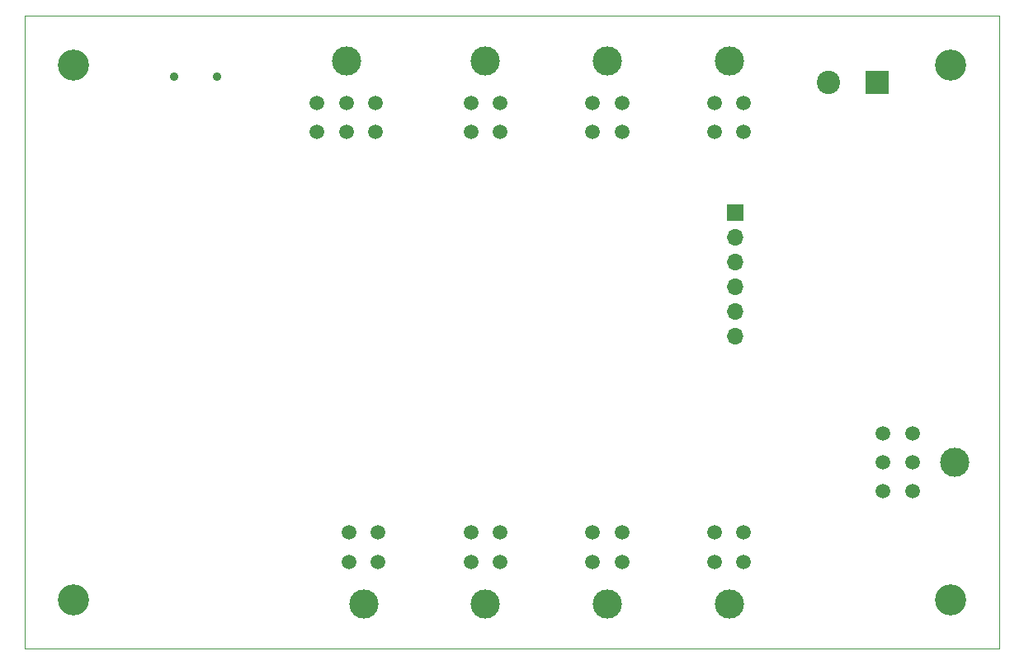
<source format=gbr>
G04 #@! TF.FileFunction,Soldermask,Bot*
%FSLAX46Y46*%
G04 Gerber Fmt 4.6, Leading zero omitted, Abs format (unit mm)*
G04 Created by KiCad (PCBNEW 4.0.7) date 05/14/18 21:23:51*
%MOMM*%
%LPD*%
G01*
G04 APERTURE LIST*
%ADD10C,0.100000*%
%ADD11R,1.700000X1.700000*%
%ADD12O,1.700000X1.700000*%
%ADD13C,3.200000*%
%ADD14C,0.909320*%
%ADD15R,2.400000X2.400000*%
%ADD16C,2.400000*%
%ADD17C,3.000000*%
%ADD18C,1.500000*%
G04 APERTURE END LIST*
D10*
X85625000Y-132750000D02*
X85625000Y-67750000D01*
X185625000Y-132750000D02*
X85625000Y-132750000D01*
X185625000Y-67750000D02*
X185625000Y-132750000D01*
X85625000Y-67750000D02*
X185625000Y-67750000D01*
D11*
X158525000Y-87950000D03*
D12*
X158525000Y-90490000D03*
X158525000Y-93030000D03*
X158525000Y-95570000D03*
X158525000Y-98110000D03*
X158525000Y-100650000D03*
D13*
X90625000Y-127750000D03*
X180625000Y-127750000D03*
X180625000Y-72750000D03*
X90625000Y-72750000D03*
D14*
X105375000Y-74000000D03*
X100975720Y-74000000D03*
D15*
X173100000Y-74600000D03*
D16*
X168100000Y-74600000D03*
D17*
X157875000Y-72350000D03*
D18*
X156375000Y-76670000D03*
X159375000Y-76670000D03*
X156375000Y-79670000D03*
X159375000Y-79670000D03*
D17*
X145375000Y-72350000D03*
D18*
X143875000Y-76670000D03*
X146875000Y-76670000D03*
X143875000Y-79670000D03*
X146875000Y-79670000D03*
D17*
X120375000Y-128150000D03*
D18*
X121875000Y-123830000D03*
X118875000Y-123830000D03*
X121875000Y-120830000D03*
X118875000Y-120830000D03*
D17*
X132875000Y-128150000D03*
D18*
X134375000Y-123830000D03*
X131375000Y-123830000D03*
X134375000Y-120830000D03*
X131375000Y-120830000D03*
D17*
X157875000Y-128150000D03*
D18*
X159375000Y-123830000D03*
X156375000Y-123830000D03*
X159375000Y-120830000D03*
X156375000Y-120830000D03*
D17*
X145375000Y-128150000D03*
D18*
X146875000Y-123830000D03*
X143875000Y-123830000D03*
X146875000Y-120830000D03*
X143875000Y-120830000D03*
D17*
X132875000Y-72350000D03*
D18*
X131375000Y-76670000D03*
X134375000Y-76670000D03*
X131375000Y-79670000D03*
X134375000Y-79670000D03*
D17*
X118625000Y-72350000D03*
D18*
X115625000Y-76670000D03*
X118625000Y-76670000D03*
X115625000Y-79670000D03*
X118625000Y-79670000D03*
X121625000Y-79670000D03*
X121625000Y-76670000D03*
D17*
X181000000Y-113600000D03*
D18*
X176680000Y-110600000D03*
X176680000Y-113600000D03*
X173680000Y-110600000D03*
X173680000Y-113600000D03*
X173680000Y-116600000D03*
X176680000Y-116600000D03*
M02*

</source>
